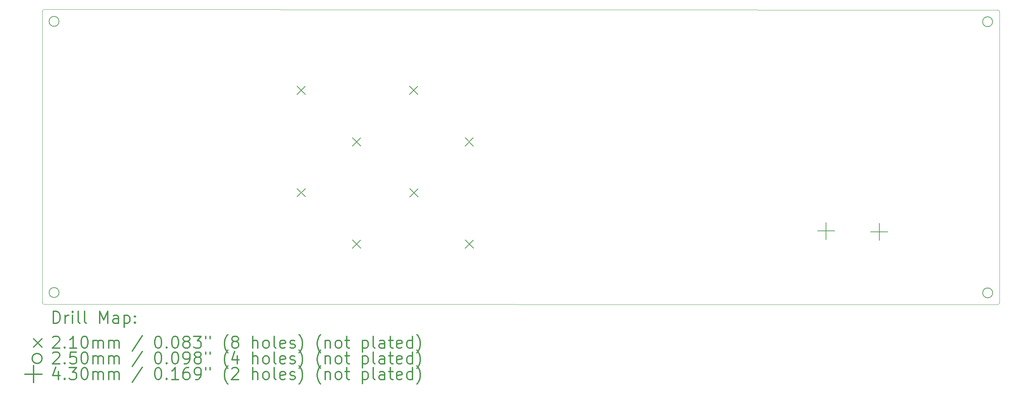
<source format=gbr>
%FSLAX45Y45*%
G04 Gerber Fmt 4.5, Leading zero omitted, Abs format (unit mm)*
G04 Created by KiCad (PCBNEW (5.1.9)-1) date 2023-01-30 16:09:12*
%MOMM*%
%LPD*%
G01*
G04 APERTURE LIST*
%TA.AperFunction,Profile*%
%ADD10C,0.050000*%
%TD*%
%ADD11C,0.200000*%
%ADD12C,0.300000*%
G04 APERTURE END LIST*
D10*
X3950000Y-4019000D02*
X3952000Y-11369000D01*
X4002000Y-11419000D02*
G75*
G02*
X3952000Y-11369000I0J50000D01*
G01*
X28052000Y-11428000D02*
X4002000Y-11419000D01*
X28102000Y-11378000D02*
G75*
G02*
X28052000Y-11428000I-50000J0D01*
G01*
X3950000Y-4019000D02*
G75*
G02*
X4000000Y-3969000I50000J0D01*
G01*
X28050000Y-3978000D02*
X4000000Y-3969000D01*
X28100000Y-4028000D02*
X28102000Y-11378000D01*
X28050000Y-3978000D02*
G75*
G02*
X28100000Y-4028000I0J-50000D01*
G01*
D11*
X10380000Y-5907000D02*
X10590000Y-6117000D01*
X10590000Y-5907000D02*
X10380000Y-6117000D01*
X10380000Y-8491000D02*
X10590000Y-8701000D01*
X10590000Y-8491000D02*
X10380000Y-8701000D01*
X11780000Y-7207000D02*
X11990000Y-7417000D01*
X11990000Y-7207000D02*
X11780000Y-7417000D01*
X11780000Y-9791000D02*
X11990000Y-10001000D01*
X11990000Y-9791000D02*
X11780000Y-10001000D01*
X13219000Y-5906000D02*
X13429000Y-6116000D01*
X13429000Y-5906000D02*
X13219000Y-6116000D01*
X13224000Y-8493000D02*
X13434000Y-8703000D01*
X13434000Y-8493000D02*
X13224000Y-8703000D01*
X14619000Y-7206000D02*
X14829000Y-7416000D01*
X14829000Y-7206000D02*
X14619000Y-7416000D01*
X14624000Y-9793000D02*
X14834000Y-10003000D01*
X14834000Y-9793000D02*
X14624000Y-10003000D01*
X4375000Y-4268000D02*
G75*
G03*
X4375000Y-4268000I-125000J0D01*
G01*
X4376000Y-11120000D02*
G75*
G03*
X4376000Y-11120000I-125000J0D01*
G01*
X27926000Y-4277000D02*
G75*
G03*
X27926000Y-4277000I-125000J0D01*
G01*
X27928000Y-11129000D02*
G75*
G03*
X27928000Y-11129000I-125000J0D01*
G01*
X23726000Y-9349000D02*
X23726000Y-9779000D01*
X23511000Y-9564000D02*
X23941000Y-9564000D01*
X25066000Y-9368000D02*
X25066000Y-9798000D01*
X24851000Y-9583000D02*
X25281000Y-9583000D01*
D12*
X4233928Y-11896214D02*
X4233928Y-11596214D01*
X4305357Y-11596214D01*
X4348214Y-11610500D01*
X4376786Y-11639071D01*
X4391071Y-11667643D01*
X4405357Y-11724786D01*
X4405357Y-11767643D01*
X4391071Y-11824786D01*
X4376786Y-11853357D01*
X4348214Y-11881929D01*
X4305357Y-11896214D01*
X4233928Y-11896214D01*
X4533928Y-11896214D02*
X4533928Y-11696214D01*
X4533928Y-11753357D02*
X4548214Y-11724786D01*
X4562500Y-11710500D01*
X4591071Y-11696214D01*
X4619643Y-11696214D01*
X4719643Y-11896214D02*
X4719643Y-11696214D01*
X4719643Y-11596214D02*
X4705357Y-11610500D01*
X4719643Y-11624786D01*
X4733928Y-11610500D01*
X4719643Y-11596214D01*
X4719643Y-11624786D01*
X4905357Y-11896214D02*
X4876786Y-11881929D01*
X4862500Y-11853357D01*
X4862500Y-11596214D01*
X5062500Y-11896214D02*
X5033928Y-11881929D01*
X5019643Y-11853357D01*
X5019643Y-11596214D01*
X5405357Y-11896214D02*
X5405357Y-11596214D01*
X5505357Y-11810500D01*
X5605357Y-11596214D01*
X5605357Y-11896214D01*
X5876786Y-11896214D02*
X5876786Y-11739071D01*
X5862500Y-11710500D01*
X5833928Y-11696214D01*
X5776786Y-11696214D01*
X5748214Y-11710500D01*
X5876786Y-11881929D02*
X5848214Y-11896214D01*
X5776786Y-11896214D01*
X5748214Y-11881929D01*
X5733928Y-11853357D01*
X5733928Y-11824786D01*
X5748214Y-11796214D01*
X5776786Y-11781929D01*
X5848214Y-11781929D01*
X5876786Y-11767643D01*
X6019643Y-11696214D02*
X6019643Y-11996214D01*
X6019643Y-11710500D02*
X6048214Y-11696214D01*
X6105357Y-11696214D01*
X6133928Y-11710500D01*
X6148214Y-11724786D01*
X6162500Y-11753357D01*
X6162500Y-11839071D01*
X6148214Y-11867643D01*
X6133928Y-11881929D01*
X6105357Y-11896214D01*
X6048214Y-11896214D01*
X6019643Y-11881929D01*
X6291071Y-11867643D02*
X6305357Y-11881929D01*
X6291071Y-11896214D01*
X6276786Y-11881929D01*
X6291071Y-11867643D01*
X6291071Y-11896214D01*
X6291071Y-11710500D02*
X6305357Y-11724786D01*
X6291071Y-11739071D01*
X6276786Y-11724786D01*
X6291071Y-11710500D01*
X6291071Y-11739071D01*
X3737500Y-12285500D02*
X3947500Y-12495500D01*
X3947500Y-12285500D02*
X3737500Y-12495500D01*
X4219643Y-12254786D02*
X4233928Y-12240500D01*
X4262500Y-12226214D01*
X4333928Y-12226214D01*
X4362500Y-12240500D01*
X4376786Y-12254786D01*
X4391071Y-12283357D01*
X4391071Y-12311929D01*
X4376786Y-12354786D01*
X4205357Y-12526214D01*
X4391071Y-12526214D01*
X4519643Y-12497643D02*
X4533928Y-12511929D01*
X4519643Y-12526214D01*
X4505357Y-12511929D01*
X4519643Y-12497643D01*
X4519643Y-12526214D01*
X4819643Y-12526214D02*
X4648214Y-12526214D01*
X4733928Y-12526214D02*
X4733928Y-12226214D01*
X4705357Y-12269071D01*
X4676786Y-12297643D01*
X4648214Y-12311929D01*
X5005357Y-12226214D02*
X5033928Y-12226214D01*
X5062500Y-12240500D01*
X5076786Y-12254786D01*
X5091071Y-12283357D01*
X5105357Y-12340500D01*
X5105357Y-12411929D01*
X5091071Y-12469071D01*
X5076786Y-12497643D01*
X5062500Y-12511929D01*
X5033928Y-12526214D01*
X5005357Y-12526214D01*
X4976786Y-12511929D01*
X4962500Y-12497643D01*
X4948214Y-12469071D01*
X4933928Y-12411929D01*
X4933928Y-12340500D01*
X4948214Y-12283357D01*
X4962500Y-12254786D01*
X4976786Y-12240500D01*
X5005357Y-12226214D01*
X5233928Y-12526214D02*
X5233928Y-12326214D01*
X5233928Y-12354786D02*
X5248214Y-12340500D01*
X5276786Y-12326214D01*
X5319643Y-12326214D01*
X5348214Y-12340500D01*
X5362500Y-12369071D01*
X5362500Y-12526214D01*
X5362500Y-12369071D02*
X5376786Y-12340500D01*
X5405357Y-12326214D01*
X5448214Y-12326214D01*
X5476786Y-12340500D01*
X5491071Y-12369071D01*
X5491071Y-12526214D01*
X5633928Y-12526214D02*
X5633928Y-12326214D01*
X5633928Y-12354786D02*
X5648214Y-12340500D01*
X5676786Y-12326214D01*
X5719643Y-12326214D01*
X5748214Y-12340500D01*
X5762500Y-12369071D01*
X5762500Y-12526214D01*
X5762500Y-12369071D02*
X5776786Y-12340500D01*
X5805357Y-12326214D01*
X5848214Y-12326214D01*
X5876786Y-12340500D01*
X5891071Y-12369071D01*
X5891071Y-12526214D01*
X6476786Y-12211929D02*
X6219643Y-12597643D01*
X6862500Y-12226214D02*
X6891071Y-12226214D01*
X6919643Y-12240500D01*
X6933928Y-12254786D01*
X6948214Y-12283357D01*
X6962500Y-12340500D01*
X6962500Y-12411929D01*
X6948214Y-12469071D01*
X6933928Y-12497643D01*
X6919643Y-12511929D01*
X6891071Y-12526214D01*
X6862500Y-12526214D01*
X6833928Y-12511929D01*
X6819643Y-12497643D01*
X6805357Y-12469071D01*
X6791071Y-12411929D01*
X6791071Y-12340500D01*
X6805357Y-12283357D01*
X6819643Y-12254786D01*
X6833928Y-12240500D01*
X6862500Y-12226214D01*
X7091071Y-12497643D02*
X7105357Y-12511929D01*
X7091071Y-12526214D01*
X7076786Y-12511929D01*
X7091071Y-12497643D01*
X7091071Y-12526214D01*
X7291071Y-12226214D02*
X7319643Y-12226214D01*
X7348214Y-12240500D01*
X7362500Y-12254786D01*
X7376786Y-12283357D01*
X7391071Y-12340500D01*
X7391071Y-12411929D01*
X7376786Y-12469071D01*
X7362500Y-12497643D01*
X7348214Y-12511929D01*
X7319643Y-12526214D01*
X7291071Y-12526214D01*
X7262500Y-12511929D01*
X7248214Y-12497643D01*
X7233928Y-12469071D01*
X7219643Y-12411929D01*
X7219643Y-12340500D01*
X7233928Y-12283357D01*
X7248214Y-12254786D01*
X7262500Y-12240500D01*
X7291071Y-12226214D01*
X7562500Y-12354786D02*
X7533928Y-12340500D01*
X7519643Y-12326214D01*
X7505357Y-12297643D01*
X7505357Y-12283357D01*
X7519643Y-12254786D01*
X7533928Y-12240500D01*
X7562500Y-12226214D01*
X7619643Y-12226214D01*
X7648214Y-12240500D01*
X7662500Y-12254786D01*
X7676786Y-12283357D01*
X7676786Y-12297643D01*
X7662500Y-12326214D01*
X7648214Y-12340500D01*
X7619643Y-12354786D01*
X7562500Y-12354786D01*
X7533928Y-12369071D01*
X7519643Y-12383357D01*
X7505357Y-12411929D01*
X7505357Y-12469071D01*
X7519643Y-12497643D01*
X7533928Y-12511929D01*
X7562500Y-12526214D01*
X7619643Y-12526214D01*
X7648214Y-12511929D01*
X7662500Y-12497643D01*
X7676786Y-12469071D01*
X7676786Y-12411929D01*
X7662500Y-12383357D01*
X7648214Y-12369071D01*
X7619643Y-12354786D01*
X7776786Y-12226214D02*
X7962500Y-12226214D01*
X7862500Y-12340500D01*
X7905357Y-12340500D01*
X7933928Y-12354786D01*
X7948214Y-12369071D01*
X7962500Y-12397643D01*
X7962500Y-12469071D01*
X7948214Y-12497643D01*
X7933928Y-12511929D01*
X7905357Y-12526214D01*
X7819643Y-12526214D01*
X7791071Y-12511929D01*
X7776786Y-12497643D01*
X8076786Y-12226214D02*
X8076786Y-12283357D01*
X8191071Y-12226214D02*
X8191071Y-12283357D01*
X8633928Y-12640500D02*
X8619643Y-12626214D01*
X8591071Y-12583357D01*
X8576786Y-12554786D01*
X8562500Y-12511929D01*
X8548214Y-12440500D01*
X8548214Y-12383357D01*
X8562500Y-12311929D01*
X8576786Y-12269071D01*
X8591071Y-12240500D01*
X8619643Y-12197643D01*
X8633928Y-12183357D01*
X8791071Y-12354786D02*
X8762500Y-12340500D01*
X8748214Y-12326214D01*
X8733928Y-12297643D01*
X8733928Y-12283357D01*
X8748214Y-12254786D01*
X8762500Y-12240500D01*
X8791071Y-12226214D01*
X8848214Y-12226214D01*
X8876786Y-12240500D01*
X8891071Y-12254786D01*
X8905357Y-12283357D01*
X8905357Y-12297643D01*
X8891071Y-12326214D01*
X8876786Y-12340500D01*
X8848214Y-12354786D01*
X8791071Y-12354786D01*
X8762500Y-12369071D01*
X8748214Y-12383357D01*
X8733928Y-12411929D01*
X8733928Y-12469071D01*
X8748214Y-12497643D01*
X8762500Y-12511929D01*
X8791071Y-12526214D01*
X8848214Y-12526214D01*
X8876786Y-12511929D01*
X8891071Y-12497643D01*
X8905357Y-12469071D01*
X8905357Y-12411929D01*
X8891071Y-12383357D01*
X8876786Y-12369071D01*
X8848214Y-12354786D01*
X9262500Y-12526214D02*
X9262500Y-12226214D01*
X9391071Y-12526214D02*
X9391071Y-12369071D01*
X9376786Y-12340500D01*
X9348214Y-12326214D01*
X9305357Y-12326214D01*
X9276786Y-12340500D01*
X9262500Y-12354786D01*
X9576786Y-12526214D02*
X9548214Y-12511929D01*
X9533928Y-12497643D01*
X9519643Y-12469071D01*
X9519643Y-12383357D01*
X9533928Y-12354786D01*
X9548214Y-12340500D01*
X9576786Y-12326214D01*
X9619643Y-12326214D01*
X9648214Y-12340500D01*
X9662500Y-12354786D01*
X9676786Y-12383357D01*
X9676786Y-12469071D01*
X9662500Y-12497643D01*
X9648214Y-12511929D01*
X9619643Y-12526214D01*
X9576786Y-12526214D01*
X9848214Y-12526214D02*
X9819643Y-12511929D01*
X9805357Y-12483357D01*
X9805357Y-12226214D01*
X10076786Y-12511929D02*
X10048214Y-12526214D01*
X9991071Y-12526214D01*
X9962500Y-12511929D01*
X9948214Y-12483357D01*
X9948214Y-12369071D01*
X9962500Y-12340500D01*
X9991071Y-12326214D01*
X10048214Y-12326214D01*
X10076786Y-12340500D01*
X10091071Y-12369071D01*
X10091071Y-12397643D01*
X9948214Y-12426214D01*
X10205357Y-12511929D02*
X10233928Y-12526214D01*
X10291071Y-12526214D01*
X10319643Y-12511929D01*
X10333928Y-12483357D01*
X10333928Y-12469071D01*
X10319643Y-12440500D01*
X10291071Y-12426214D01*
X10248214Y-12426214D01*
X10219643Y-12411929D01*
X10205357Y-12383357D01*
X10205357Y-12369071D01*
X10219643Y-12340500D01*
X10248214Y-12326214D01*
X10291071Y-12326214D01*
X10319643Y-12340500D01*
X10433928Y-12640500D02*
X10448214Y-12626214D01*
X10476786Y-12583357D01*
X10491071Y-12554786D01*
X10505357Y-12511929D01*
X10519643Y-12440500D01*
X10519643Y-12383357D01*
X10505357Y-12311929D01*
X10491071Y-12269071D01*
X10476786Y-12240500D01*
X10448214Y-12197643D01*
X10433928Y-12183357D01*
X10976786Y-12640500D02*
X10962500Y-12626214D01*
X10933928Y-12583357D01*
X10919643Y-12554786D01*
X10905357Y-12511929D01*
X10891071Y-12440500D01*
X10891071Y-12383357D01*
X10905357Y-12311929D01*
X10919643Y-12269071D01*
X10933928Y-12240500D01*
X10962500Y-12197643D01*
X10976786Y-12183357D01*
X11091071Y-12326214D02*
X11091071Y-12526214D01*
X11091071Y-12354786D02*
X11105357Y-12340500D01*
X11133928Y-12326214D01*
X11176786Y-12326214D01*
X11205357Y-12340500D01*
X11219643Y-12369071D01*
X11219643Y-12526214D01*
X11405357Y-12526214D02*
X11376786Y-12511929D01*
X11362500Y-12497643D01*
X11348214Y-12469071D01*
X11348214Y-12383357D01*
X11362500Y-12354786D01*
X11376786Y-12340500D01*
X11405357Y-12326214D01*
X11448214Y-12326214D01*
X11476786Y-12340500D01*
X11491071Y-12354786D01*
X11505357Y-12383357D01*
X11505357Y-12469071D01*
X11491071Y-12497643D01*
X11476786Y-12511929D01*
X11448214Y-12526214D01*
X11405357Y-12526214D01*
X11591071Y-12326214D02*
X11705357Y-12326214D01*
X11633928Y-12226214D02*
X11633928Y-12483357D01*
X11648214Y-12511929D01*
X11676786Y-12526214D01*
X11705357Y-12526214D01*
X12033928Y-12326214D02*
X12033928Y-12626214D01*
X12033928Y-12340500D02*
X12062500Y-12326214D01*
X12119643Y-12326214D01*
X12148214Y-12340500D01*
X12162500Y-12354786D01*
X12176786Y-12383357D01*
X12176786Y-12469071D01*
X12162500Y-12497643D01*
X12148214Y-12511929D01*
X12119643Y-12526214D01*
X12062500Y-12526214D01*
X12033928Y-12511929D01*
X12348214Y-12526214D02*
X12319643Y-12511929D01*
X12305357Y-12483357D01*
X12305357Y-12226214D01*
X12591071Y-12526214D02*
X12591071Y-12369071D01*
X12576786Y-12340500D01*
X12548214Y-12326214D01*
X12491071Y-12326214D01*
X12462500Y-12340500D01*
X12591071Y-12511929D02*
X12562500Y-12526214D01*
X12491071Y-12526214D01*
X12462500Y-12511929D01*
X12448214Y-12483357D01*
X12448214Y-12454786D01*
X12462500Y-12426214D01*
X12491071Y-12411929D01*
X12562500Y-12411929D01*
X12591071Y-12397643D01*
X12691071Y-12326214D02*
X12805357Y-12326214D01*
X12733928Y-12226214D02*
X12733928Y-12483357D01*
X12748214Y-12511929D01*
X12776786Y-12526214D01*
X12805357Y-12526214D01*
X13019643Y-12511929D02*
X12991071Y-12526214D01*
X12933928Y-12526214D01*
X12905357Y-12511929D01*
X12891071Y-12483357D01*
X12891071Y-12369071D01*
X12905357Y-12340500D01*
X12933928Y-12326214D01*
X12991071Y-12326214D01*
X13019643Y-12340500D01*
X13033928Y-12369071D01*
X13033928Y-12397643D01*
X12891071Y-12426214D01*
X13291071Y-12526214D02*
X13291071Y-12226214D01*
X13291071Y-12511929D02*
X13262500Y-12526214D01*
X13205357Y-12526214D01*
X13176786Y-12511929D01*
X13162500Y-12497643D01*
X13148214Y-12469071D01*
X13148214Y-12383357D01*
X13162500Y-12354786D01*
X13176786Y-12340500D01*
X13205357Y-12326214D01*
X13262500Y-12326214D01*
X13291071Y-12340500D01*
X13405357Y-12640500D02*
X13419643Y-12626214D01*
X13448214Y-12583357D01*
X13462500Y-12554786D01*
X13476786Y-12511929D01*
X13491071Y-12440500D01*
X13491071Y-12383357D01*
X13476786Y-12311929D01*
X13462500Y-12269071D01*
X13448214Y-12240500D01*
X13419643Y-12197643D01*
X13405357Y-12183357D01*
X3947500Y-12786500D02*
G75*
G03*
X3947500Y-12786500I-125000J0D01*
G01*
X4219643Y-12650786D02*
X4233928Y-12636500D01*
X4262500Y-12622214D01*
X4333928Y-12622214D01*
X4362500Y-12636500D01*
X4376786Y-12650786D01*
X4391071Y-12679357D01*
X4391071Y-12707929D01*
X4376786Y-12750786D01*
X4205357Y-12922214D01*
X4391071Y-12922214D01*
X4519643Y-12893643D02*
X4533928Y-12907929D01*
X4519643Y-12922214D01*
X4505357Y-12907929D01*
X4519643Y-12893643D01*
X4519643Y-12922214D01*
X4805357Y-12622214D02*
X4662500Y-12622214D01*
X4648214Y-12765071D01*
X4662500Y-12750786D01*
X4691071Y-12736500D01*
X4762500Y-12736500D01*
X4791071Y-12750786D01*
X4805357Y-12765071D01*
X4819643Y-12793643D01*
X4819643Y-12865071D01*
X4805357Y-12893643D01*
X4791071Y-12907929D01*
X4762500Y-12922214D01*
X4691071Y-12922214D01*
X4662500Y-12907929D01*
X4648214Y-12893643D01*
X5005357Y-12622214D02*
X5033928Y-12622214D01*
X5062500Y-12636500D01*
X5076786Y-12650786D01*
X5091071Y-12679357D01*
X5105357Y-12736500D01*
X5105357Y-12807929D01*
X5091071Y-12865071D01*
X5076786Y-12893643D01*
X5062500Y-12907929D01*
X5033928Y-12922214D01*
X5005357Y-12922214D01*
X4976786Y-12907929D01*
X4962500Y-12893643D01*
X4948214Y-12865071D01*
X4933928Y-12807929D01*
X4933928Y-12736500D01*
X4948214Y-12679357D01*
X4962500Y-12650786D01*
X4976786Y-12636500D01*
X5005357Y-12622214D01*
X5233928Y-12922214D02*
X5233928Y-12722214D01*
X5233928Y-12750786D02*
X5248214Y-12736500D01*
X5276786Y-12722214D01*
X5319643Y-12722214D01*
X5348214Y-12736500D01*
X5362500Y-12765071D01*
X5362500Y-12922214D01*
X5362500Y-12765071D02*
X5376786Y-12736500D01*
X5405357Y-12722214D01*
X5448214Y-12722214D01*
X5476786Y-12736500D01*
X5491071Y-12765071D01*
X5491071Y-12922214D01*
X5633928Y-12922214D02*
X5633928Y-12722214D01*
X5633928Y-12750786D02*
X5648214Y-12736500D01*
X5676786Y-12722214D01*
X5719643Y-12722214D01*
X5748214Y-12736500D01*
X5762500Y-12765071D01*
X5762500Y-12922214D01*
X5762500Y-12765071D02*
X5776786Y-12736500D01*
X5805357Y-12722214D01*
X5848214Y-12722214D01*
X5876786Y-12736500D01*
X5891071Y-12765071D01*
X5891071Y-12922214D01*
X6476786Y-12607929D02*
X6219643Y-12993643D01*
X6862500Y-12622214D02*
X6891071Y-12622214D01*
X6919643Y-12636500D01*
X6933928Y-12650786D01*
X6948214Y-12679357D01*
X6962500Y-12736500D01*
X6962500Y-12807929D01*
X6948214Y-12865071D01*
X6933928Y-12893643D01*
X6919643Y-12907929D01*
X6891071Y-12922214D01*
X6862500Y-12922214D01*
X6833928Y-12907929D01*
X6819643Y-12893643D01*
X6805357Y-12865071D01*
X6791071Y-12807929D01*
X6791071Y-12736500D01*
X6805357Y-12679357D01*
X6819643Y-12650786D01*
X6833928Y-12636500D01*
X6862500Y-12622214D01*
X7091071Y-12893643D02*
X7105357Y-12907929D01*
X7091071Y-12922214D01*
X7076786Y-12907929D01*
X7091071Y-12893643D01*
X7091071Y-12922214D01*
X7291071Y-12622214D02*
X7319643Y-12622214D01*
X7348214Y-12636500D01*
X7362500Y-12650786D01*
X7376786Y-12679357D01*
X7391071Y-12736500D01*
X7391071Y-12807929D01*
X7376786Y-12865071D01*
X7362500Y-12893643D01*
X7348214Y-12907929D01*
X7319643Y-12922214D01*
X7291071Y-12922214D01*
X7262500Y-12907929D01*
X7248214Y-12893643D01*
X7233928Y-12865071D01*
X7219643Y-12807929D01*
X7219643Y-12736500D01*
X7233928Y-12679357D01*
X7248214Y-12650786D01*
X7262500Y-12636500D01*
X7291071Y-12622214D01*
X7533928Y-12922214D02*
X7591071Y-12922214D01*
X7619643Y-12907929D01*
X7633928Y-12893643D01*
X7662500Y-12850786D01*
X7676786Y-12793643D01*
X7676786Y-12679357D01*
X7662500Y-12650786D01*
X7648214Y-12636500D01*
X7619643Y-12622214D01*
X7562500Y-12622214D01*
X7533928Y-12636500D01*
X7519643Y-12650786D01*
X7505357Y-12679357D01*
X7505357Y-12750786D01*
X7519643Y-12779357D01*
X7533928Y-12793643D01*
X7562500Y-12807929D01*
X7619643Y-12807929D01*
X7648214Y-12793643D01*
X7662500Y-12779357D01*
X7676786Y-12750786D01*
X7848214Y-12750786D02*
X7819643Y-12736500D01*
X7805357Y-12722214D01*
X7791071Y-12693643D01*
X7791071Y-12679357D01*
X7805357Y-12650786D01*
X7819643Y-12636500D01*
X7848214Y-12622214D01*
X7905357Y-12622214D01*
X7933928Y-12636500D01*
X7948214Y-12650786D01*
X7962500Y-12679357D01*
X7962500Y-12693643D01*
X7948214Y-12722214D01*
X7933928Y-12736500D01*
X7905357Y-12750786D01*
X7848214Y-12750786D01*
X7819643Y-12765071D01*
X7805357Y-12779357D01*
X7791071Y-12807929D01*
X7791071Y-12865071D01*
X7805357Y-12893643D01*
X7819643Y-12907929D01*
X7848214Y-12922214D01*
X7905357Y-12922214D01*
X7933928Y-12907929D01*
X7948214Y-12893643D01*
X7962500Y-12865071D01*
X7962500Y-12807929D01*
X7948214Y-12779357D01*
X7933928Y-12765071D01*
X7905357Y-12750786D01*
X8076786Y-12622214D02*
X8076786Y-12679357D01*
X8191071Y-12622214D02*
X8191071Y-12679357D01*
X8633928Y-13036500D02*
X8619643Y-13022214D01*
X8591071Y-12979357D01*
X8576786Y-12950786D01*
X8562500Y-12907929D01*
X8548214Y-12836500D01*
X8548214Y-12779357D01*
X8562500Y-12707929D01*
X8576786Y-12665071D01*
X8591071Y-12636500D01*
X8619643Y-12593643D01*
X8633928Y-12579357D01*
X8876786Y-12722214D02*
X8876786Y-12922214D01*
X8805357Y-12607929D02*
X8733928Y-12822214D01*
X8919643Y-12822214D01*
X9262500Y-12922214D02*
X9262500Y-12622214D01*
X9391071Y-12922214D02*
X9391071Y-12765071D01*
X9376786Y-12736500D01*
X9348214Y-12722214D01*
X9305357Y-12722214D01*
X9276786Y-12736500D01*
X9262500Y-12750786D01*
X9576786Y-12922214D02*
X9548214Y-12907929D01*
X9533928Y-12893643D01*
X9519643Y-12865071D01*
X9519643Y-12779357D01*
X9533928Y-12750786D01*
X9548214Y-12736500D01*
X9576786Y-12722214D01*
X9619643Y-12722214D01*
X9648214Y-12736500D01*
X9662500Y-12750786D01*
X9676786Y-12779357D01*
X9676786Y-12865071D01*
X9662500Y-12893643D01*
X9648214Y-12907929D01*
X9619643Y-12922214D01*
X9576786Y-12922214D01*
X9848214Y-12922214D02*
X9819643Y-12907929D01*
X9805357Y-12879357D01*
X9805357Y-12622214D01*
X10076786Y-12907929D02*
X10048214Y-12922214D01*
X9991071Y-12922214D01*
X9962500Y-12907929D01*
X9948214Y-12879357D01*
X9948214Y-12765071D01*
X9962500Y-12736500D01*
X9991071Y-12722214D01*
X10048214Y-12722214D01*
X10076786Y-12736500D01*
X10091071Y-12765071D01*
X10091071Y-12793643D01*
X9948214Y-12822214D01*
X10205357Y-12907929D02*
X10233928Y-12922214D01*
X10291071Y-12922214D01*
X10319643Y-12907929D01*
X10333928Y-12879357D01*
X10333928Y-12865071D01*
X10319643Y-12836500D01*
X10291071Y-12822214D01*
X10248214Y-12822214D01*
X10219643Y-12807929D01*
X10205357Y-12779357D01*
X10205357Y-12765071D01*
X10219643Y-12736500D01*
X10248214Y-12722214D01*
X10291071Y-12722214D01*
X10319643Y-12736500D01*
X10433928Y-13036500D02*
X10448214Y-13022214D01*
X10476786Y-12979357D01*
X10491071Y-12950786D01*
X10505357Y-12907929D01*
X10519643Y-12836500D01*
X10519643Y-12779357D01*
X10505357Y-12707929D01*
X10491071Y-12665071D01*
X10476786Y-12636500D01*
X10448214Y-12593643D01*
X10433928Y-12579357D01*
X10976786Y-13036500D02*
X10962500Y-13022214D01*
X10933928Y-12979357D01*
X10919643Y-12950786D01*
X10905357Y-12907929D01*
X10891071Y-12836500D01*
X10891071Y-12779357D01*
X10905357Y-12707929D01*
X10919643Y-12665071D01*
X10933928Y-12636500D01*
X10962500Y-12593643D01*
X10976786Y-12579357D01*
X11091071Y-12722214D02*
X11091071Y-12922214D01*
X11091071Y-12750786D02*
X11105357Y-12736500D01*
X11133928Y-12722214D01*
X11176786Y-12722214D01*
X11205357Y-12736500D01*
X11219643Y-12765071D01*
X11219643Y-12922214D01*
X11405357Y-12922214D02*
X11376786Y-12907929D01*
X11362500Y-12893643D01*
X11348214Y-12865071D01*
X11348214Y-12779357D01*
X11362500Y-12750786D01*
X11376786Y-12736500D01*
X11405357Y-12722214D01*
X11448214Y-12722214D01*
X11476786Y-12736500D01*
X11491071Y-12750786D01*
X11505357Y-12779357D01*
X11505357Y-12865071D01*
X11491071Y-12893643D01*
X11476786Y-12907929D01*
X11448214Y-12922214D01*
X11405357Y-12922214D01*
X11591071Y-12722214D02*
X11705357Y-12722214D01*
X11633928Y-12622214D02*
X11633928Y-12879357D01*
X11648214Y-12907929D01*
X11676786Y-12922214D01*
X11705357Y-12922214D01*
X12033928Y-12722214D02*
X12033928Y-13022214D01*
X12033928Y-12736500D02*
X12062500Y-12722214D01*
X12119643Y-12722214D01*
X12148214Y-12736500D01*
X12162500Y-12750786D01*
X12176786Y-12779357D01*
X12176786Y-12865071D01*
X12162500Y-12893643D01*
X12148214Y-12907929D01*
X12119643Y-12922214D01*
X12062500Y-12922214D01*
X12033928Y-12907929D01*
X12348214Y-12922214D02*
X12319643Y-12907929D01*
X12305357Y-12879357D01*
X12305357Y-12622214D01*
X12591071Y-12922214D02*
X12591071Y-12765071D01*
X12576786Y-12736500D01*
X12548214Y-12722214D01*
X12491071Y-12722214D01*
X12462500Y-12736500D01*
X12591071Y-12907929D02*
X12562500Y-12922214D01*
X12491071Y-12922214D01*
X12462500Y-12907929D01*
X12448214Y-12879357D01*
X12448214Y-12850786D01*
X12462500Y-12822214D01*
X12491071Y-12807929D01*
X12562500Y-12807929D01*
X12591071Y-12793643D01*
X12691071Y-12722214D02*
X12805357Y-12722214D01*
X12733928Y-12622214D02*
X12733928Y-12879357D01*
X12748214Y-12907929D01*
X12776786Y-12922214D01*
X12805357Y-12922214D01*
X13019643Y-12907929D02*
X12991071Y-12922214D01*
X12933928Y-12922214D01*
X12905357Y-12907929D01*
X12891071Y-12879357D01*
X12891071Y-12765071D01*
X12905357Y-12736500D01*
X12933928Y-12722214D01*
X12991071Y-12722214D01*
X13019643Y-12736500D01*
X13033928Y-12765071D01*
X13033928Y-12793643D01*
X12891071Y-12822214D01*
X13291071Y-12922214D02*
X13291071Y-12622214D01*
X13291071Y-12907929D02*
X13262500Y-12922214D01*
X13205357Y-12922214D01*
X13176786Y-12907929D01*
X13162500Y-12893643D01*
X13148214Y-12865071D01*
X13148214Y-12779357D01*
X13162500Y-12750786D01*
X13176786Y-12736500D01*
X13205357Y-12722214D01*
X13262500Y-12722214D01*
X13291071Y-12736500D01*
X13405357Y-13036500D02*
X13419643Y-13022214D01*
X13448214Y-12979357D01*
X13462500Y-12950786D01*
X13476786Y-12907929D01*
X13491071Y-12836500D01*
X13491071Y-12779357D01*
X13476786Y-12707929D01*
X13462500Y-12665071D01*
X13448214Y-12636500D01*
X13419643Y-12593643D01*
X13405357Y-12579357D01*
X3732500Y-12967500D02*
X3732500Y-13397500D01*
X3517500Y-13182500D02*
X3947500Y-13182500D01*
X4362500Y-13118214D02*
X4362500Y-13318214D01*
X4291071Y-13003929D02*
X4219643Y-13218214D01*
X4405357Y-13218214D01*
X4519643Y-13289643D02*
X4533928Y-13303929D01*
X4519643Y-13318214D01*
X4505357Y-13303929D01*
X4519643Y-13289643D01*
X4519643Y-13318214D01*
X4633928Y-13018214D02*
X4819643Y-13018214D01*
X4719643Y-13132500D01*
X4762500Y-13132500D01*
X4791071Y-13146786D01*
X4805357Y-13161071D01*
X4819643Y-13189643D01*
X4819643Y-13261071D01*
X4805357Y-13289643D01*
X4791071Y-13303929D01*
X4762500Y-13318214D01*
X4676786Y-13318214D01*
X4648214Y-13303929D01*
X4633928Y-13289643D01*
X5005357Y-13018214D02*
X5033928Y-13018214D01*
X5062500Y-13032500D01*
X5076786Y-13046786D01*
X5091071Y-13075357D01*
X5105357Y-13132500D01*
X5105357Y-13203929D01*
X5091071Y-13261071D01*
X5076786Y-13289643D01*
X5062500Y-13303929D01*
X5033928Y-13318214D01*
X5005357Y-13318214D01*
X4976786Y-13303929D01*
X4962500Y-13289643D01*
X4948214Y-13261071D01*
X4933928Y-13203929D01*
X4933928Y-13132500D01*
X4948214Y-13075357D01*
X4962500Y-13046786D01*
X4976786Y-13032500D01*
X5005357Y-13018214D01*
X5233928Y-13318214D02*
X5233928Y-13118214D01*
X5233928Y-13146786D02*
X5248214Y-13132500D01*
X5276786Y-13118214D01*
X5319643Y-13118214D01*
X5348214Y-13132500D01*
X5362500Y-13161071D01*
X5362500Y-13318214D01*
X5362500Y-13161071D02*
X5376786Y-13132500D01*
X5405357Y-13118214D01*
X5448214Y-13118214D01*
X5476786Y-13132500D01*
X5491071Y-13161071D01*
X5491071Y-13318214D01*
X5633928Y-13318214D02*
X5633928Y-13118214D01*
X5633928Y-13146786D02*
X5648214Y-13132500D01*
X5676786Y-13118214D01*
X5719643Y-13118214D01*
X5748214Y-13132500D01*
X5762500Y-13161071D01*
X5762500Y-13318214D01*
X5762500Y-13161071D02*
X5776786Y-13132500D01*
X5805357Y-13118214D01*
X5848214Y-13118214D01*
X5876786Y-13132500D01*
X5891071Y-13161071D01*
X5891071Y-13318214D01*
X6476786Y-13003929D02*
X6219643Y-13389643D01*
X6862500Y-13018214D02*
X6891071Y-13018214D01*
X6919643Y-13032500D01*
X6933928Y-13046786D01*
X6948214Y-13075357D01*
X6962500Y-13132500D01*
X6962500Y-13203929D01*
X6948214Y-13261071D01*
X6933928Y-13289643D01*
X6919643Y-13303929D01*
X6891071Y-13318214D01*
X6862500Y-13318214D01*
X6833928Y-13303929D01*
X6819643Y-13289643D01*
X6805357Y-13261071D01*
X6791071Y-13203929D01*
X6791071Y-13132500D01*
X6805357Y-13075357D01*
X6819643Y-13046786D01*
X6833928Y-13032500D01*
X6862500Y-13018214D01*
X7091071Y-13289643D02*
X7105357Y-13303929D01*
X7091071Y-13318214D01*
X7076786Y-13303929D01*
X7091071Y-13289643D01*
X7091071Y-13318214D01*
X7391071Y-13318214D02*
X7219643Y-13318214D01*
X7305357Y-13318214D02*
X7305357Y-13018214D01*
X7276786Y-13061071D01*
X7248214Y-13089643D01*
X7219643Y-13103929D01*
X7648214Y-13018214D02*
X7591071Y-13018214D01*
X7562500Y-13032500D01*
X7548214Y-13046786D01*
X7519643Y-13089643D01*
X7505357Y-13146786D01*
X7505357Y-13261071D01*
X7519643Y-13289643D01*
X7533928Y-13303929D01*
X7562500Y-13318214D01*
X7619643Y-13318214D01*
X7648214Y-13303929D01*
X7662500Y-13289643D01*
X7676786Y-13261071D01*
X7676786Y-13189643D01*
X7662500Y-13161071D01*
X7648214Y-13146786D01*
X7619643Y-13132500D01*
X7562500Y-13132500D01*
X7533928Y-13146786D01*
X7519643Y-13161071D01*
X7505357Y-13189643D01*
X7819643Y-13318214D02*
X7876786Y-13318214D01*
X7905357Y-13303929D01*
X7919643Y-13289643D01*
X7948214Y-13246786D01*
X7962500Y-13189643D01*
X7962500Y-13075357D01*
X7948214Y-13046786D01*
X7933928Y-13032500D01*
X7905357Y-13018214D01*
X7848214Y-13018214D01*
X7819643Y-13032500D01*
X7805357Y-13046786D01*
X7791071Y-13075357D01*
X7791071Y-13146786D01*
X7805357Y-13175357D01*
X7819643Y-13189643D01*
X7848214Y-13203929D01*
X7905357Y-13203929D01*
X7933928Y-13189643D01*
X7948214Y-13175357D01*
X7962500Y-13146786D01*
X8076786Y-13018214D02*
X8076786Y-13075357D01*
X8191071Y-13018214D02*
X8191071Y-13075357D01*
X8633928Y-13432500D02*
X8619643Y-13418214D01*
X8591071Y-13375357D01*
X8576786Y-13346786D01*
X8562500Y-13303929D01*
X8548214Y-13232500D01*
X8548214Y-13175357D01*
X8562500Y-13103929D01*
X8576786Y-13061071D01*
X8591071Y-13032500D01*
X8619643Y-12989643D01*
X8633928Y-12975357D01*
X8733928Y-13046786D02*
X8748214Y-13032500D01*
X8776786Y-13018214D01*
X8848214Y-13018214D01*
X8876786Y-13032500D01*
X8891071Y-13046786D01*
X8905357Y-13075357D01*
X8905357Y-13103929D01*
X8891071Y-13146786D01*
X8719643Y-13318214D01*
X8905357Y-13318214D01*
X9262500Y-13318214D02*
X9262500Y-13018214D01*
X9391071Y-13318214D02*
X9391071Y-13161071D01*
X9376786Y-13132500D01*
X9348214Y-13118214D01*
X9305357Y-13118214D01*
X9276786Y-13132500D01*
X9262500Y-13146786D01*
X9576786Y-13318214D02*
X9548214Y-13303929D01*
X9533928Y-13289643D01*
X9519643Y-13261071D01*
X9519643Y-13175357D01*
X9533928Y-13146786D01*
X9548214Y-13132500D01*
X9576786Y-13118214D01*
X9619643Y-13118214D01*
X9648214Y-13132500D01*
X9662500Y-13146786D01*
X9676786Y-13175357D01*
X9676786Y-13261071D01*
X9662500Y-13289643D01*
X9648214Y-13303929D01*
X9619643Y-13318214D01*
X9576786Y-13318214D01*
X9848214Y-13318214D02*
X9819643Y-13303929D01*
X9805357Y-13275357D01*
X9805357Y-13018214D01*
X10076786Y-13303929D02*
X10048214Y-13318214D01*
X9991071Y-13318214D01*
X9962500Y-13303929D01*
X9948214Y-13275357D01*
X9948214Y-13161071D01*
X9962500Y-13132500D01*
X9991071Y-13118214D01*
X10048214Y-13118214D01*
X10076786Y-13132500D01*
X10091071Y-13161071D01*
X10091071Y-13189643D01*
X9948214Y-13218214D01*
X10205357Y-13303929D02*
X10233928Y-13318214D01*
X10291071Y-13318214D01*
X10319643Y-13303929D01*
X10333928Y-13275357D01*
X10333928Y-13261071D01*
X10319643Y-13232500D01*
X10291071Y-13218214D01*
X10248214Y-13218214D01*
X10219643Y-13203929D01*
X10205357Y-13175357D01*
X10205357Y-13161071D01*
X10219643Y-13132500D01*
X10248214Y-13118214D01*
X10291071Y-13118214D01*
X10319643Y-13132500D01*
X10433928Y-13432500D02*
X10448214Y-13418214D01*
X10476786Y-13375357D01*
X10491071Y-13346786D01*
X10505357Y-13303929D01*
X10519643Y-13232500D01*
X10519643Y-13175357D01*
X10505357Y-13103929D01*
X10491071Y-13061071D01*
X10476786Y-13032500D01*
X10448214Y-12989643D01*
X10433928Y-12975357D01*
X10976786Y-13432500D02*
X10962500Y-13418214D01*
X10933928Y-13375357D01*
X10919643Y-13346786D01*
X10905357Y-13303929D01*
X10891071Y-13232500D01*
X10891071Y-13175357D01*
X10905357Y-13103929D01*
X10919643Y-13061071D01*
X10933928Y-13032500D01*
X10962500Y-12989643D01*
X10976786Y-12975357D01*
X11091071Y-13118214D02*
X11091071Y-13318214D01*
X11091071Y-13146786D02*
X11105357Y-13132500D01*
X11133928Y-13118214D01*
X11176786Y-13118214D01*
X11205357Y-13132500D01*
X11219643Y-13161071D01*
X11219643Y-13318214D01*
X11405357Y-13318214D02*
X11376786Y-13303929D01*
X11362500Y-13289643D01*
X11348214Y-13261071D01*
X11348214Y-13175357D01*
X11362500Y-13146786D01*
X11376786Y-13132500D01*
X11405357Y-13118214D01*
X11448214Y-13118214D01*
X11476786Y-13132500D01*
X11491071Y-13146786D01*
X11505357Y-13175357D01*
X11505357Y-13261071D01*
X11491071Y-13289643D01*
X11476786Y-13303929D01*
X11448214Y-13318214D01*
X11405357Y-13318214D01*
X11591071Y-13118214D02*
X11705357Y-13118214D01*
X11633928Y-13018214D02*
X11633928Y-13275357D01*
X11648214Y-13303929D01*
X11676786Y-13318214D01*
X11705357Y-13318214D01*
X12033928Y-13118214D02*
X12033928Y-13418214D01*
X12033928Y-13132500D02*
X12062500Y-13118214D01*
X12119643Y-13118214D01*
X12148214Y-13132500D01*
X12162500Y-13146786D01*
X12176786Y-13175357D01*
X12176786Y-13261071D01*
X12162500Y-13289643D01*
X12148214Y-13303929D01*
X12119643Y-13318214D01*
X12062500Y-13318214D01*
X12033928Y-13303929D01*
X12348214Y-13318214D02*
X12319643Y-13303929D01*
X12305357Y-13275357D01*
X12305357Y-13018214D01*
X12591071Y-13318214D02*
X12591071Y-13161071D01*
X12576786Y-13132500D01*
X12548214Y-13118214D01*
X12491071Y-13118214D01*
X12462500Y-13132500D01*
X12591071Y-13303929D02*
X12562500Y-13318214D01*
X12491071Y-13318214D01*
X12462500Y-13303929D01*
X12448214Y-13275357D01*
X12448214Y-13246786D01*
X12462500Y-13218214D01*
X12491071Y-13203929D01*
X12562500Y-13203929D01*
X12591071Y-13189643D01*
X12691071Y-13118214D02*
X12805357Y-13118214D01*
X12733928Y-13018214D02*
X12733928Y-13275357D01*
X12748214Y-13303929D01*
X12776786Y-13318214D01*
X12805357Y-13318214D01*
X13019643Y-13303929D02*
X12991071Y-13318214D01*
X12933928Y-13318214D01*
X12905357Y-13303929D01*
X12891071Y-13275357D01*
X12891071Y-13161071D01*
X12905357Y-13132500D01*
X12933928Y-13118214D01*
X12991071Y-13118214D01*
X13019643Y-13132500D01*
X13033928Y-13161071D01*
X13033928Y-13189643D01*
X12891071Y-13218214D01*
X13291071Y-13318214D02*
X13291071Y-13018214D01*
X13291071Y-13303929D02*
X13262500Y-13318214D01*
X13205357Y-13318214D01*
X13176786Y-13303929D01*
X13162500Y-13289643D01*
X13148214Y-13261071D01*
X13148214Y-13175357D01*
X13162500Y-13146786D01*
X13176786Y-13132500D01*
X13205357Y-13118214D01*
X13262500Y-13118214D01*
X13291071Y-13132500D01*
X13405357Y-13432500D02*
X13419643Y-13418214D01*
X13448214Y-13375357D01*
X13462500Y-13346786D01*
X13476786Y-13303929D01*
X13491071Y-13232500D01*
X13491071Y-13175357D01*
X13476786Y-13103929D01*
X13462500Y-13061071D01*
X13448214Y-13032500D01*
X13419643Y-12989643D01*
X13405357Y-12975357D01*
M02*

</source>
